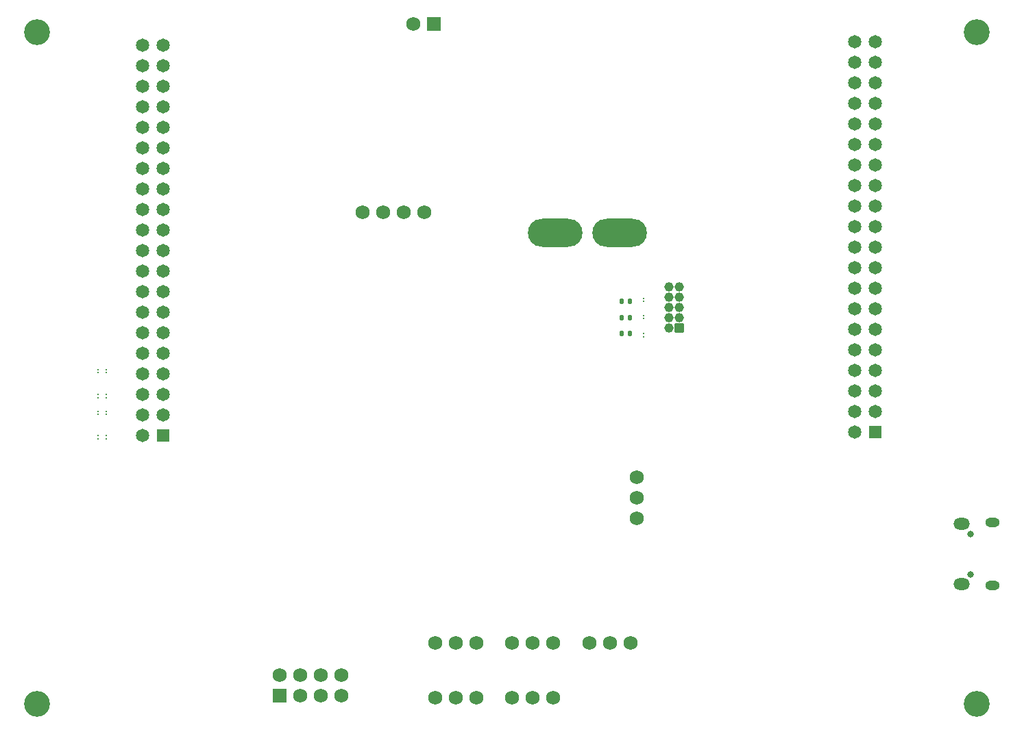
<source format=gbs>
G04 #@! TF.GenerationSoftware,KiCad,Pcbnew,8.0.8*
G04 #@! TF.CreationDate,2025-03-22T16:06:40-05:00*
G04 #@! TF.ProjectId,ControllerPCB,436f6e74-726f-46c6-9c65-725043422e6b,rev?*
G04 #@! TF.SameCoordinates,Original*
G04 #@! TF.FileFunction,Soldermask,Bot*
G04 #@! TF.FilePolarity,Negative*
%FSLAX46Y46*%
G04 Gerber Fmt 4.6, Leading zero omitted, Abs format (unit mm)*
G04 Created by KiCad (PCBNEW 8.0.8) date 2025-03-22 16:06:40*
%MOMM*%
%LPD*%
G01*
G04 APERTURE LIST*
G04 Aperture macros list*
%AMRoundRect*
0 Rectangle with rounded corners*
0 $1 Rounding radius*
0 $2 $3 $4 $5 $6 $7 $8 $9 X,Y pos of 4 corners*
0 Add a 4 corners polygon primitive as box body*
4,1,4,$2,$3,$4,$5,$6,$7,$8,$9,$2,$3,0*
0 Add four circle primitives for the rounded corners*
1,1,$1+$1,$2,$3*
1,1,$1+$1,$4,$5*
1,1,$1+$1,$6,$7*
1,1,$1+$1,$8,$9*
0 Add four rect primitives between the rounded corners*
20,1,$1+$1,$2,$3,$4,$5,0*
20,1,$1+$1,$4,$5,$6,$7,0*
20,1,$1+$1,$6,$7,$8,$9,0*
20,1,$1+$1,$8,$9,$2,$3,0*%
G04 Aperture macros list end*
%ADD10RoundRect,0.102000X0.765000X0.765000X-0.765000X0.765000X-0.765000X-0.765000X0.765000X-0.765000X0*%
%ADD11C,1.734000*%
%ADD12C,1.752600*%
%ADD13RoundRect,0.050000X0.530000X-0.530000X0.530000X0.530000X-0.530000X0.530000X-0.530000X-0.530000X0*%
%ADD14C,1.160000*%
%ADD15R,0.280000X0.200000*%
%ADD16O,6.744000X3.474000*%
%ADD17RoundRect,0.135000X-0.135000X-0.185000X0.135000X-0.185000X0.135000X0.185000X-0.135000X0.185000X0*%
%ADD18C,3.200000*%
%ADD19R,1.650000X1.650000*%
%ADD20C,1.650000*%
%ADD21O,1.800000X1.150000*%
%ADD22O,2.000000X1.450000*%
%ADD23O,0.800000X0.800000*%
%ADD24RoundRect,0.102000X0.765000X-0.765000X0.765000X0.765000X-0.765000X0.765000X-0.765000X-0.765000X0*%
G04 APERTURE END LIST*
D10*
X135020000Y-61000000D03*
D11*
X132480000Y-61000000D03*
D12*
X160000000Y-117000000D03*
X160000000Y-119540000D03*
X160000000Y-122080000D03*
D13*
X165250000Y-98540000D03*
D14*
X163980000Y-98540000D03*
X165250000Y-97270000D03*
X163980000Y-97270000D03*
X165250000Y-96000000D03*
X163980000Y-96000000D03*
X165250000Y-94730000D03*
X163980000Y-94730000D03*
X165250000Y-93460000D03*
X163980000Y-93460000D03*
D15*
X94500000Y-106750000D03*
X94500000Y-107150000D03*
D16*
X157900000Y-86755000D03*
X150000000Y-86755000D03*
D15*
X94500000Y-111850000D03*
X94500000Y-112250000D03*
X93500000Y-104100000D03*
X93500000Y-103700000D03*
D17*
X158215001Y-97268300D03*
X159235001Y-97268300D03*
D18*
X202000000Y-62000000D03*
D19*
X189500000Y-111440000D03*
D20*
X186960000Y-111440000D03*
X189500000Y-108900000D03*
X186960000Y-108900000D03*
X189500000Y-106360000D03*
X186960000Y-106360000D03*
X189500000Y-103820000D03*
X186960000Y-103820000D03*
X189500000Y-101280000D03*
X186960000Y-101280000D03*
X189500000Y-98740000D03*
X186960000Y-98740000D03*
X189500000Y-96200000D03*
X186960000Y-96200000D03*
X189500000Y-93660000D03*
X186960000Y-93660000D03*
X189500000Y-91120000D03*
X186960000Y-91120000D03*
X189500000Y-88580000D03*
X186960000Y-88580000D03*
X189500000Y-86040000D03*
X186960000Y-86040000D03*
X189500000Y-83500000D03*
X186960000Y-83500000D03*
X189500000Y-80960000D03*
X186960000Y-80960000D03*
X189500000Y-78420000D03*
X186960000Y-78420000D03*
X189500000Y-75880000D03*
X186960000Y-75880000D03*
X189500000Y-73340000D03*
X186960000Y-73340000D03*
X189500000Y-70800000D03*
X186960000Y-70800000D03*
X189500000Y-68260000D03*
X186960000Y-68260000D03*
X189500000Y-65720000D03*
X186960000Y-65720000D03*
X189500000Y-63180000D03*
X186960000Y-63180000D03*
D18*
X86000000Y-145000000D03*
D17*
X158215001Y-95230000D03*
X159235001Y-95230000D03*
D15*
X93500000Y-106750000D03*
X93500000Y-107150000D03*
D12*
X133790000Y-84250000D03*
X131250000Y-84250000D03*
X128710000Y-84250000D03*
X126170000Y-84250000D03*
D18*
X86000000Y-62000000D03*
D17*
X158215001Y-99268300D03*
X159235001Y-99268300D03*
D15*
X160875001Y-97400000D03*
X160875001Y-97000000D03*
D21*
X204000000Y-122630000D03*
D22*
X200200000Y-122780000D03*
X200200000Y-130230000D03*
D21*
X204000000Y-130380000D03*
D23*
X201250000Y-124005000D03*
X201250000Y-129005000D03*
D12*
X149750000Y-137484399D03*
X147210000Y-137484399D03*
X144670000Y-137484399D03*
D15*
X94500000Y-109250000D03*
X94500000Y-108850000D03*
X93500000Y-108850000D03*
X93500000Y-109250000D03*
D24*
X115910000Y-144024399D03*
D11*
X115910000Y-141484399D03*
X118450000Y-144024399D03*
X118450000Y-141484399D03*
X120990000Y-144024399D03*
X120990000Y-141484399D03*
X123530000Y-144024399D03*
X123530000Y-141484399D03*
D12*
X140256600Y-137484399D03*
X137716600Y-137484399D03*
X135176600Y-137484399D03*
D15*
X160875001Y-95280000D03*
X160875001Y-94880000D03*
D12*
X140256600Y-144234399D03*
X137716600Y-144234399D03*
X135176600Y-144234399D03*
X149750000Y-144250000D03*
X147210000Y-144250000D03*
X144670000Y-144250000D03*
D15*
X93500000Y-111850000D03*
X93500000Y-112250000D03*
D19*
X101500000Y-111850000D03*
D20*
X98960000Y-111850000D03*
X101500000Y-109310000D03*
X98960000Y-109310000D03*
X101500000Y-106770000D03*
X98960000Y-106770000D03*
X101500000Y-104230000D03*
X98960000Y-104230000D03*
X101500000Y-101690000D03*
X98960000Y-101690000D03*
X101500000Y-99150000D03*
X98960000Y-99150000D03*
X101500000Y-96610000D03*
X98960000Y-96610000D03*
X101500000Y-94070000D03*
X98960000Y-94070000D03*
X101500000Y-91530000D03*
X98960000Y-91530000D03*
X101500000Y-88990000D03*
X98960000Y-88990000D03*
X101500000Y-86450000D03*
X98960000Y-86450000D03*
X101500000Y-83910000D03*
X98960000Y-83910000D03*
X101500000Y-81370000D03*
X98960000Y-81370000D03*
X101500000Y-78830000D03*
X98960000Y-78830000D03*
X101500000Y-76290000D03*
X98960000Y-76290000D03*
X101500000Y-73750000D03*
X98960000Y-73750000D03*
X101500000Y-71210000D03*
X98960000Y-71210000D03*
X101500000Y-68670000D03*
X98960000Y-68670000D03*
X101500000Y-66130000D03*
X98960000Y-66130000D03*
X101500000Y-63590000D03*
X98960000Y-63590000D03*
D15*
X94500000Y-104100000D03*
X94500000Y-103700000D03*
D12*
X159256600Y-137468798D03*
X156716600Y-137468798D03*
X154176600Y-137468798D03*
D15*
X160875001Y-99650000D03*
X160875001Y-99250000D03*
D18*
X202000000Y-145000000D03*
M02*

</source>
